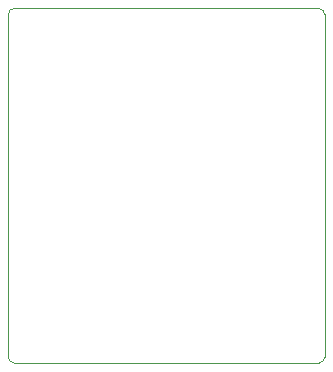
<source format=gm1>
G04 #@! TF.GenerationSoftware,KiCad,Pcbnew,(5.1.10-1-10_14)*
G04 #@! TF.CreationDate,2021-08-08T19:51:24+09:00*
G04 #@! TF.ProjectId,MiniCon,4d696e69-436f-46e2-9e6b-696361645f70,V1.0*
G04 #@! TF.SameCoordinates,Original*
G04 #@! TF.FileFunction,Profile,NP*
%FSLAX46Y46*%
G04 Gerber Fmt 4.6, Leading zero omitted, Abs format (unit mm)*
G04 Created by KiCad (PCBNEW (5.1.10-1-10_14)) date 2021-08-08 19:51:24*
%MOMM*%
%LPD*%
G01*
G04 APERTURE LIST*
G04 #@! TA.AperFunction,Profile*
%ADD10C,0.050000*%
G04 #@! TD*
G04 APERTURE END LIST*
D10*
X-12900000Y-15250000D02*
G75*
G02*
X-13400000Y-14750000I0J500000D01*
G01*
X-13400000Y14250000D02*
G75*
G02*
X-12900000Y14750000I500000J0D01*
G01*
X12900000Y14750000D02*
G75*
G02*
X13400000Y14250000I0J-500000D01*
G01*
X13400000Y-14750000D02*
G75*
G02*
X12900000Y-15250000I-500000J0D01*
G01*
X-13400000Y-14750000D02*
X-13400000Y14250000D01*
X12900000Y-15250000D02*
X-12900000Y-15250000D01*
X13400000Y14250000D02*
X13400000Y-14750000D01*
X-12900000Y14750000D02*
X12900000Y14750000D01*
M02*

</source>
